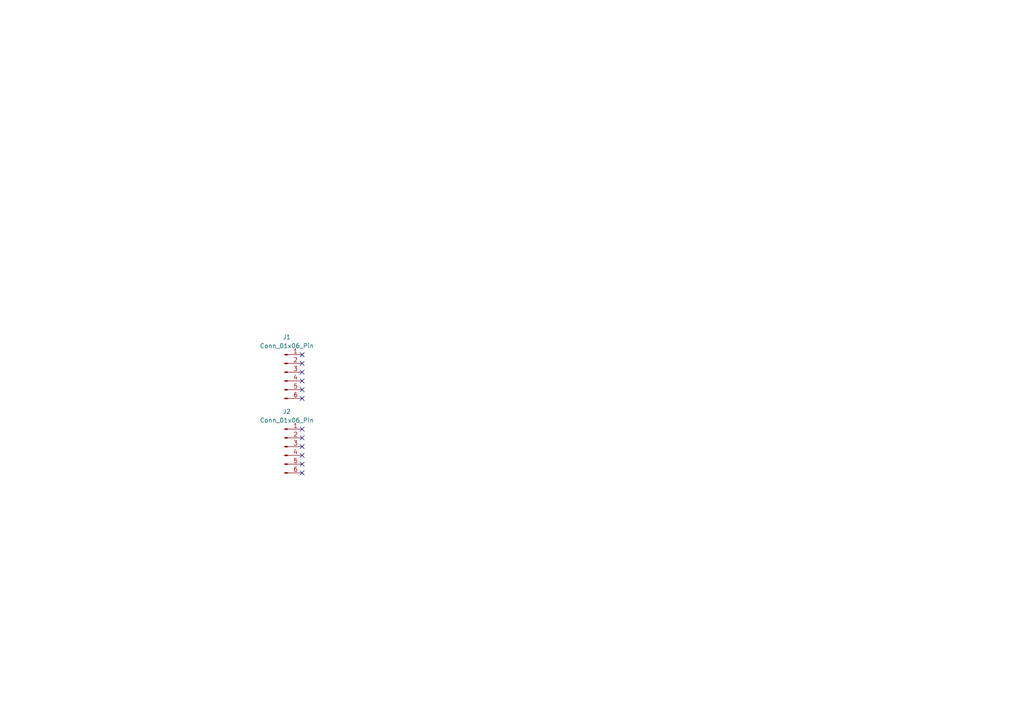
<source format=kicad_sch>
(kicad_sch (version 20231120) (generator "eeschema") (generator_version "8.0")
  (paper "A4")
  (lib_symbols
    (symbol "Connector:Conn_01x06_Pin" (pin_names (offset 1.016) hide)
      (property "Reference" "J" (at 0 7.62 0))
      (property "Value" "Conn_01x06_Pin" (at 0 -10.16 0))
      (symbol "Conn_01x06_Pin_1_1"
        (polyline (pts (xy 1.27 -7.62) (xy 0.8636 -7.62)) (stroke (width 0.1524)))
        (polyline (pts (xy 1.27 -5.08) (xy 0.8636 -5.08)) (stroke (width 0.1524)))
        (polyline (pts (xy 1.27 -2.54) (xy 0.8636 -2.54)) (stroke (width 0.1524)))
        (polyline (pts (xy 1.27 0) (xy 0.8636 0)) (stroke (width 0.1524)))
        (polyline (pts (xy 1.27 2.54) (xy 0.8636 2.54)) (stroke (width 0.1524)))
        (polyline (pts (xy 1.27 5.08) (xy 0.8636 5.08)) (stroke (width 0.1524)))
        (rectangle (start 0.8636 -7.493) (end 0 -7.747) (stroke (width 0.1524)) (fill (type outline)))
        (rectangle (start 0.8636 -4.953) (end 0 -5.207) (stroke (width 0.1524)) (fill (type outline)))
        (rectangle (start 0.8636 -2.413) (end 0 -2.667) (stroke (width 0.1524)) (fill (type outline)))
        (rectangle (start 0.8636 0.127) (end 0 -0.127) (stroke (width 0.1524)) (fill (type outline)))
        (rectangle (start 0.8636 2.667) (end 0 2.413) (stroke (width 0.1524)) (fill (type outline)))
        (rectangle (start 0.8636 5.207) (end 0 4.953) (stroke (width 0.1524)) (fill (type outline)))
        (pin passive line (at 5.08 5.08 180) (length 3.81) (name "Pin_1") (number "1"))
        (pin passive line (at 5.08 2.54 180) (length 3.81) (name "Pin_2") (number "2"))
        (pin passive line (at 5.08 0 180) (length 3.81) (name "Pin_3") (number "3"))
        (pin passive line (at 5.08 -2.54 180) (length 3.81) (name "Pin_4") (number "4"))
        (pin passive line (at 5.08 -5.08 180) (length 3.81) (name "Pin_5") (number "5"))
        (pin passive line (at 5.08 -7.62 180) (length 3.81) (name "Pin_6") (number "6"))
      )
    )
  )
  (no_connect (at 87.63 115.57))
  (no_connect (at 87.63 137.16))
  (no_connect (at 87.63 132.08))
  (no_connect (at 87.63 105.41))
  (no_connect (at 87.63 127))
  (no_connect (at 87.63 129.54))
  (no_connect (at 87.63 124.46))
  (no_connect (at 87.63 113.03))
  (no_connect (at 87.63 107.95))
  (no_connect (at 87.63 102.87))
  (no_connect (at 87.63 110.49))
  (no_connect (at 87.63 134.62))
  (symbol (lib_id "Connector:Conn_01x06_Pin") (at 82.55 107.95 0) (unit 1)
    (property "Reference" "J1" (at 83.185 97.79 0))
    (property "Value" "Conn_01x06_Pin" (at 83.185 100.33 0))
    (property "Footprint" "Connector_PinHeader_2.54mm:PinHeader_1x06_P2.54mm_Vertical" (effects (hide yes)))
    (property "Description" "Generic connector, single row, 01x06, script generated" (effects (hide yes)))
  )
  (symbol (lib_id "Connector:Conn_01x06_Pin") (at 82.55 129.54 0) (unit 1)
    (property "Reference" "J2" (at 83.185 119.38 0))
    (property "Value" "Conn_01x06_Pin" (at 83.185 121.92 0))
    (property "Footprint" "Connector_PinHeader_2.54mm:PinHeader_1x06_P2.54mm_Vertical" (effects (hide yes)))
    (property "Description" "Generic connector, single row, 01x06, script generated" (effects (hide yes)))
  )
)
</source>
